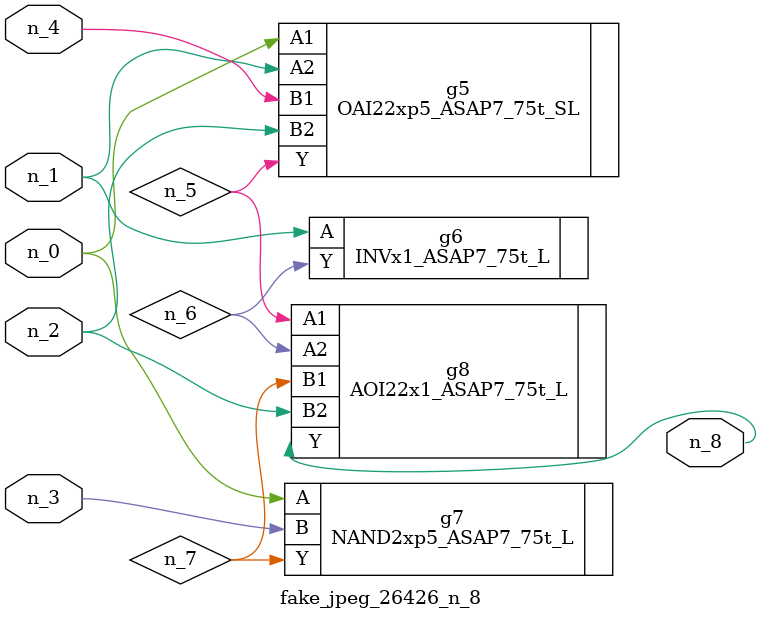
<source format=v>
module fake_jpeg_26426_n_8 (n_3, n_2, n_1, n_0, n_4, n_8);

input n_3;
input n_2;
input n_1;
input n_0;
input n_4;

output n_8;

wire n_6;
wire n_5;
wire n_7;

OAI22xp5_ASAP7_75t_SL g5 ( 
.A1(n_0),
.A2(n_1),
.B1(n_4),
.B2(n_2),
.Y(n_5)
);

INVx1_ASAP7_75t_L g6 ( 
.A(n_1),
.Y(n_6)
);

NAND2xp5_ASAP7_75t_L g7 ( 
.A(n_0),
.B(n_3),
.Y(n_7)
);

AOI22x1_ASAP7_75t_L g8 ( 
.A1(n_5),
.A2(n_6),
.B1(n_7),
.B2(n_2),
.Y(n_8)
);


endmodule
</source>
